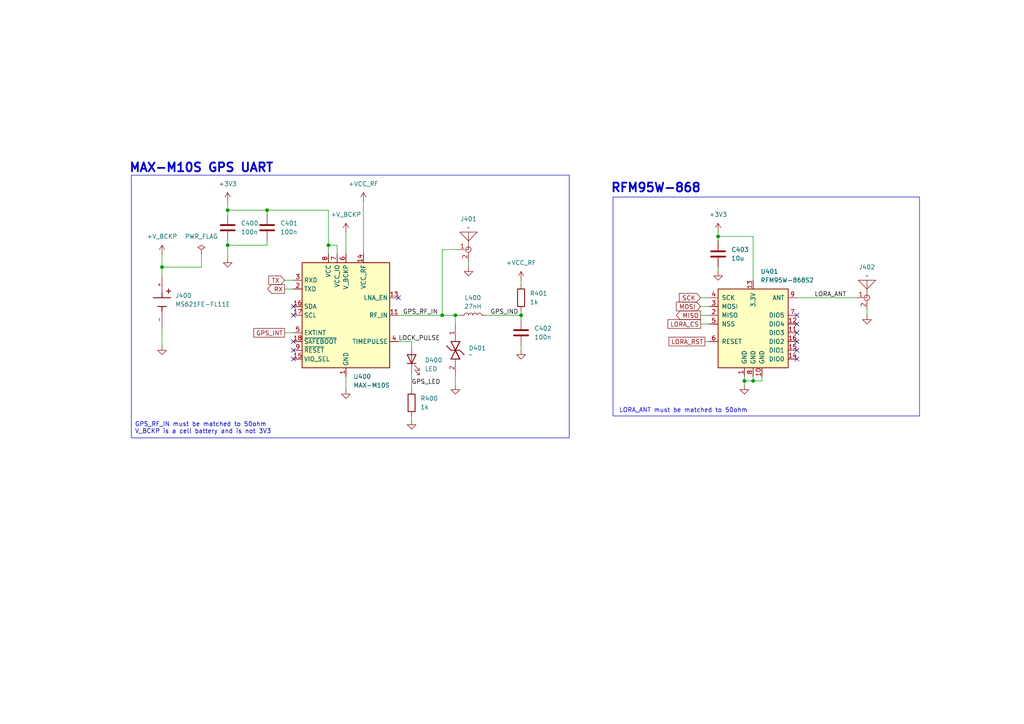
<source format=kicad_sch>
(kicad_sch (version 20250114) (generator "eeschema") (generator_version "9.0")
  (paper "A4")
  (title_block (title "RF Peripherals") (date "25-05-2025") (rev "0.0.1"))
  (lib_symbols
    (symbol "Device:C" (pin_numbers (hide yes)) (pin_names (offset 0.254))
      (property "Reference" "C" (at 0.635 2.54 0))
      (property "Value" "C" (at 0.635 -2.54 0))
      (symbol "C_0_1"
        (polyline (pts (xy -2.032 0.762) (xy 2.032 0.762)) (stroke (width 0.508)))
        (polyline (pts (xy -2.032 -0.762) (xy 2.032 -0.762)) (stroke (width 0.508)))
      )
      (symbol "C_1_1"
        (pin passive line (at 0 3.81 270) (length 2.794) (name "~") (number "1"))
        (pin passive line (at 0 -3.81 90) (length 2.794) (name "~") (number "2"))
      )
    )
    (symbol "Device:L" (pin_numbers (hide yes)) (pin_names (offset 1.016) (hide yes))
      (property "Reference" "L" (at -1.27 0 90))
      (property "Value" "L" (at 1.905 0 90))
      (symbol "L_0_1"
        (arc (start 0 2.54) (mid 0.6323 1.905) (end 0 1.27))
        (arc (start 0 1.27) (mid 0.6323 0.635) (end 0 0))
        (arc (start 0 0) (mid 0.6323 -0.635) (end 0 -1.27))
        (arc (start 0 -1.27) (mid 0.6323 -1.905) (end 0 -2.54))
      )
      (symbol "L_1_1"
        (pin passive line (at 0 3.81 270) (length 1.27) (name "1") (number "1"))
        (pin passive line (at 0 -3.81 90) (length 1.27) (name "2") (number "2"))
      )
    )
    (symbol "Device:LED" (pin_numbers (hide yes)) (pin_names (offset 1.016) (hide yes))
      (property "Reference" "D" (at 0 2.54 0))
      (property "Value" "LED" (at 0 -2.54 0))
      (symbol "LED_0_1"
        (polyline (pts (xy -3.048 -0.762) (xy -4.572 -2.286) (xy -3.81 -2.286) (xy -4.572 -2.286) (xy -4.572 -1.524)))
        (polyline (pts (xy -1.778 -0.762) (xy -3.302 -2.286) (xy -2.54 -2.286) (xy -3.302 -2.286) (xy -3.302 -1.524)))
        (polyline (pts (xy -1.27 0) (xy 1.27 0)))
        (polyline (pts (xy -1.27 -1.27) (xy -1.27 1.27)) (stroke (width 0.254)))
        (polyline (pts (xy 1.27 -1.27) (xy 1.27 1.27) (xy -1.27 0) (xy 1.27 -1.27)) (stroke (width 0.254)))
      )
      (symbol "LED_1_1"
        (pin passive line (at -3.81 0 0) (length 2.54) (name "K") (number "1"))
        (pin passive line (at 3.81 0 180) (length 2.54) (name "A") (number "2"))
      )
    )
    (symbol "Device:R" (pin_numbers (hide yes)) (pin_names (offset 0))
      (property "Reference" "R" (at 2.032 0 90))
      (property "Value" "R" (at 0 0 90))
      (symbol "R_0_1"
        (rectangle (start -1.016 -2.54) (end 1.016 2.54) (stroke (width 0.254)))
      )
      (symbol "R_1_1"
        (pin passive line (at 0 3.81 270) (length 1.27) (name "~") (number "1"))
        (pin passive line (at 0 -3.81 90) (length 1.27) (name "~") (number "2"))
      )
    )
    (symbol "MS621FE-FL11E:MS621FE-FL11E" (pin_names (offset 1.016))
      (property "Reference" "BT" (at -3.81 3.81 0))
      (property "Value" "MS621FE-FL11E" (at -3.81 -5.08 0))
      (symbol "MS621FE-FL11E_0_0"
        (polyline (pts (xy -3.81 1.905) (xy -2.54 1.905)) (stroke (width 0.254)))
        (polyline (pts (xy -3.175 2.54) (xy -3.175 1.27)) (stroke (width 0.254)))
        (polyline (pts (xy -1.27 2.54) (xy -1.27 -2.54)) (stroke (width 0.254)))
        (polyline (pts (xy -1.27 0) (xy -2.54 0)) (stroke (width 0.254)))
        (polyline (pts (xy 1.27 1.27) (xy 1.27 -1.27)) (stroke (width 0.254)))
        (polyline (pts (xy 1.27 0) (xy 2.54 0)) (stroke (width 0.254)))
        (pin passive line (at -7.62 0 0) (length 5.08) (name "~") (number "+"))
        (pin passive line (at 7.62 0 180) (length 5.08) (name "~") (number "-"))
      )
    )
    (symbol "RF_GPS:MAX-M10S"
      (property "Reference" "U" (at -10.16 16.51 0))
      (property "Value" "MAX-M10S" (at 11.43 16.51 0))
      (symbol "MAX-M10S_0_1"
        (rectangle (start 12.7 15.24) (end -12.7 -15.24) (stroke (width 0.254)) (fill (type background)))
      )
      (symbol "MAX-M10S_1_1"
        (pin input line (at -15.24 10.16 0) (length 2.54) (name "RXD") (number "3"))
        (pin output line (at -15.24 7.62 0) (length 2.54) (name "TXD") (number "2"))
        (pin bidirectional line (at -15.24 2.54 0) (length 2.54) (name "SDA") (number "16"))
        (pin input line (at -15.24 0 0) (length 2.54) (name "SCL") (number "17"))
        (pin input line (at -15.24 -5.08 0) (length 2.54) (name "EXTINT") (number "5"))
        (pin input line (at -15.24 -7.62 0) (length 2.54) (name "~{SAFEBOOT}") (number "18"))
        (pin input line (at -15.24 -10.16 0) (length 2.54) (name "~{RESET}") (number "9"))
        (pin input line (at -15.24 -12.7 0) (length 2.54) (name "VIO_SEL") (number "15"))
        (pin power_in line (at -5.08 17.78 270) (length 2.54) (name "VCC") (number "8"))
        (pin power_in line (at -2.54 17.78 270) (length 2.54) (name "VCC_IO") (number "7"))
        (pin power_in line (at 0 17.78 270) (length 2.54) (name "V_BCKP") (number "6"))
        (pin power_in line (at 0 -17.78 90) (length 2.54) (name "GND") (number "1"))
        (pin passive line (at 0 -17.78 90) (length 2.54) (hide yes) (name "GND") (number "10"))
        (pin passive line (at 0 -17.78 90) (length 2.54) (hide yes) (name "GND") (number "12"))
        (pin power_out line (at 5.08 17.78 270) (length 2.54) (name "VCC_RF") (number "14"))
        (pin output line (at 15.24 5.08 180) (length 2.54) (name "LNA_EN") (number "13"))
        (pin input line (at 15.24 0 180) (length 2.54) (name "RF_IN") (number "11"))
        (pin output line (at 15.24 -7.62 180) (length 2.54) (name "TIMEPULSE") (number "4"))
      )
    )
    (symbol "RF_Module:RFM95W-868S2" (pin_names (offset 1.016))
      (property "Reference" "U" (at -10.414 11.684 0))
      (property "Value" "RFM95W-868S2" (at 1.524 11.43 0))
      (symbol "RFM95W-868S2_0_1"
        (rectangle (start -10.16 10.16) (end 10.16 -12.7) (stroke (width 0.254)) (fill (type background)))
      )
      (symbol "RFM95W-868S2_1_1"
        (pin input line (at -12.7 7.62 0) (length 2.54) (name "SCK") (number "4"))
        (pin input line (at -12.7 5.08 0) (length 2.54) (name "MOSI") (number "3"))
        (pin output line (at -12.7 2.54 0) (length 2.54) (name "MISO") (number "2"))
        (pin input line (at -12.7 0 0) (length 2.54) (name "NSS") (number "5"))
        (pin bidirectional line (at -12.7 -5.08 0) (length 2.54) (name "RESET") (number "6"))
        (pin power_in line (at -2.54 -15.24 90) (length 2.54) (name "GND") (number "1"))
        (pin power_in line (at 0 12.7 270) (length 2.54) (name "3.3V") (number "13"))
        (pin power_in line (at 0 -15.24 90) (length 2.54) (name "GND") (number "8"))
        (pin power_in line (at 2.54 -15.24 90) (length 2.54) (name "GND") (number "10"))
        (pin bidirectional line (at 12.7 7.62 180) (length 2.54) (name "ANT") (number "9"))
        (pin bidirectional line (at 12.7 2.54 180) (length 2.54) (name "DIO5") (number "7"))
        (pin bidirectional line (at 12.7 0 180) (length 2.54) (name "DIO4") (number "12"))
        (pin bidirectional line (at 12.7 -2.54 180) (length 2.54) (name "DIO3") (number "11"))
        (pin bidirectional line (at 12.7 -5.08 180) (length 2.54) (name "DIO2") (number "16"))
        (pin bidirectional line (at 12.7 -7.62 180) (length 2.54) (name "DIO1") (number "15"))
        (pin bidirectional line (at 12.7 -10.16 180) (length 2.54) (name "DIO0") (number "14"))
      )
    )
    (symbol "SMA:SMA_Connector"
      (property "Reference" "J?" (at 2.54 3.048 0))
      (symbol "SMA_Connector_0_1"
        (arc (start -0.762 0) (mid -0.5388 0.5388) (end 0 0.762))
        (polyline (pts (xy 0 0) (xy 0.508 0)))
        (polyline (pts (xy 0 0) (xy 0 2.54) (xy 2.54 5.08) (xy -2.54 5.08) (xy 0 2.54) (xy 0 5.08)))
        (arc (start 0 -0.762) (mid -0.5388 -0.5388) (end -0.762 0))
        (arc (start 0 0.762) (mid 0.4862 0.6658) (end 0.762 0.254))
        (arc (start 0.762 -0.254) (mid 0.4862 -0.6658) (end 0 -0.762))
      )
      (symbol "SMA_Connector_1_1"
        (pin passive line (at 0 -3.302 90) (length 2.54) (name "") (number "2"))
        (pin bidirectional line (at 3.048 0 180) (length 2.54) (name "") (number "1"))
      )
    )
    (symbol "SMA_Connector_1"
      (property "Reference" "J?" (at 2.54 3.048 0))
      (symbol "SMA_Connector_1_0_1"
        (arc (start -0.762 0) (mid -0.5388 0.5388) (end 0 0.762))
        (polyline (pts (xy 0 0) (xy 0.508 0)))
        (polyline (pts (xy 0 0) (xy 0 2.54) (xy 2.54 5.08) (xy -2.54 5.08) (xy 0 2.54) (xy 0 5.08)))
        (arc (start 0 -0.762) (mid -0.5388 -0.5388) (end -0.762 0))
        (arc (start 0 0.762) (mid 0.4862 0.6658) (end 0.762 0.254))
        (arc (start 0.762 -0.254) (mid 0.4862 -0.6658) (end 0 -0.762))
      )
      (symbol "SMA_Connector_1_1_1"
        (pin passive line (at 0 -3.302 90) (length 2.54) (name "") (number "2"))
        (pin bidirectional line (at 3.048 0 180) (length 2.54) (name "") (number "1"))
      )
    )
    (symbol "SamacSys_Parts:DF2B5M4CT" (pin_names (hide yes))
      (property "Reference" "D" (at 15.24 8.89 0))
      (property "Value" "DF2B5M4CT" (at 12.7 6.35 0))
      (symbol "DF2B5M4CT_1_1"
        (polyline (pts (xy 5.08 1.27) (xy 5.08 -1.27)) (stroke (width 0.254)))
        (polyline (pts (xy 5.08 1.27) (xy 7.62 0)) (stroke (width 0.254)))
        (polyline (pts (xy 5.08 1.27) (xy 10.16 -1.27)) (stroke (width 0.254)))
        (polyline (pts (xy 7.62 -1.27) (xy 6.35 -2.54)) (stroke (width 0.254)))
        (polyline (pts (xy 7.62 -1.27) (xy 7.62 1.27)) (stroke (width 0.254)))
        (polyline (pts (xy 8.89 2.54) (xy 7.62 1.27)) (stroke (width 0.254)))
        (polyline (pts (xy 10.16 1.27) (xy 5.08 -1.27)) (stroke (width 0.254)))
        (polyline (pts (xy 10.16 1.27) (xy 7.62 0)) (stroke (width 0.254)))
        (polyline (pts (xy 10.16 1.27) (xy 10.16 -1.27)) (stroke (width 0.254)))
        (pin passive line (at 0 0 0) (length 5.08) (name "K1") (number "1"))
        (pin passive line (at 15.24 0 180) (length 5.08) (name "K2") (number "2"))
      )
    )
    (symbol "power:+3V3" (power) (pin_numbers (hide yes)) (pin_names (offset 0) (hide yes))
      (property "Value" "+3V3" (at 0 3.556 0))
      (symbol "+3V3_0_1"
        (polyline (pts (xy -0.762 1.27) (xy 0 2.54)))
        (polyline (pts (xy 0 2.54) (xy 0.762 1.27)))
        (polyline (pts (xy 0 0) (xy 0 2.54)))
      )
      (symbol "+3V3_1_1"
        (pin power_in line (at 0 0 90) (length 0) (name "~") (number "1"))
      )
    )
    (symbol "power:GND" (power) (pin_numbers (hide yes)) (pin_names (offset 0) (hide yes))
      (property "Value" "GND" (at 0 -3.81 0))
      (symbol "GND_0_1"
        (polyline (pts (xy 0 0) (xy 0 -1.27) (xy 1.27 -1.27) (xy 0 -2.54) (xy -1.27 -1.27) (xy 0 -1.27)))
      )
      (symbol "GND_1_1"
        (pin power_in line (at 0 0 270) (length 0) (name "~") (number "1"))
      )
    )
    (symbol "power:PWR_FLAG" (power) (pin_numbers (hide yes)) (pin_names (offset 0) (hide yes))
      (property "Value" "PWR_FLAG" (at 0 3.81 0))
      (symbol "PWR_FLAG_0_0"
        (pin power_out line (at 0 0 90) (length 0) (name "~") (number "1"))
      )
      (symbol "PWR_FLAG_0_1"
        (polyline (pts (xy 0 0) (xy 0 1.27) (xy -1.016 1.905) (xy 0 2.54) (xy 1.016 1.905) (xy 0 1.27)))
      )
    )
  )
  (rectangle (start 38.1 50.8) (end 165.1 127))
  (rectangle (start 177.8 57.15) (end 266.7 120.65))
  (text "GPS_RF_IN must be matched to 50ohm\nV_BCKP is a cell battery and is not 3V3\n" (at 39.116 124.206 0) (effects (font (size 1.27 1.27) (thickness 0.1588)) (justify left)))
  (text "MAX-M10S GPS UART" (at 58.42 48.768 0) (effects (font (size 2.54 2.54) (thickness 0.508) (bold yes))))
  (text "RFM95W-868" (at 190.246 54.61 0) (effects (font (size 2.54 2.54) (thickness 0.508) (bold yes))))
  (text "LORA_ANT must be matched to 50ohm" (at 179.578 118.364 0) (effects (font (size 1.27 1.27)) (justify left top)))
  (junction (at 151.13 91.44))
  (junction (at 128.27 91.44))
  (junction (at 208.28 68.58))
  (junction (at 66.04 60.96))
  (junction (at 77.47 60.96))
  (junction (at 95.25 71.12))
  (junction (at 218.44 110.49))
  (junction (at 66.04 71.12))
  (junction (at 215.9 110.49))
  (junction (at 132.08 91.44))
  (junction (at 46.99 77.47))
  (no_connect (at 85.09 104.14))
  (no_connect (at 231.14 93.98))
  (no_connect (at 85.09 101.6))
  (no_connect (at 85.09 99.06))
  (no_connect (at 231.14 99.06))
  (no_connect (at 231.14 96.52))
  (no_connect (at 231.14 91.44))
  (no_connect (at 85.09 91.44))
  (no_connect (at 115.57 86.36))
  (no_connect (at 85.09 88.9))
  (no_connect (at 231.14 104.14))
  (no_connect (at 231.14 101.6))
  (wire (pts (xy 128.27 91.44) (xy 132.08 91.44)))
  (wire (pts (xy 203.2 86.36) (xy 205.74 86.36)))
  (wire (pts (xy 140.97 91.44) (xy 151.13 91.44)))
  (wire (pts (xy 215.9 110.49) (xy 218.44 110.49)))
  (wire (pts (xy 77.47 60.96) (xy 77.47 62.23)))
  (wire (pts (xy 82.55 83.82) (xy 85.09 83.82)))
  (wire (pts (xy 77.47 60.96) (xy 95.25 60.96)))
  (wire (pts (xy 128.27 72.39) (xy 132.842 72.39)))
  (wire (pts (xy 208.28 68.58) (xy 208.28 69.85)))
  (wire (pts (xy 119.38 120.65) (xy 119.38 121.92)))
  (wire (pts (xy 132.08 91.44) (xy 132.08 93.98)))
  (wire (pts (xy 97.79 71.12) (xy 97.79 73.66)))
  (wire (pts (xy 46.99 77.47) (xy 58.42 77.47)))
  (wire (pts (xy 151.13 91.44) (xy 151.13 92.71)))
  (wire (pts (xy 66.04 71.12) (xy 77.47 71.12)))
  (wire (pts (xy 151.13 81.28) (xy 151.13 82.55)))
  (wire (pts (xy 151.13 100.33) (xy 151.13 101.6)))
  (wire (pts (xy 66.04 71.12) (xy 66.04 74.93)))
  (wire (pts (xy 231.14 86.36) (xy 248.412 86.36)))
  (wire (pts (xy 77.47 71.12) (xy 77.47 69.85)))
  (wire (pts (xy 208.28 68.58) (xy 218.44 68.58)))
  (wire (pts (xy 58.42 73.66) (xy 58.42 77.47)))
  (wire (pts (xy 203.2 88.9) (xy 205.74 88.9)))
  (wire (pts (xy 251.46 89.662) (xy 251.46 91.44)))
  (wire (pts (xy 119.38 99.06) (xy 119.38 100.33)))
  (wire (pts (xy 203.2 91.44) (xy 205.74 91.44)))
  (wire (pts (xy 204.47 99.06) (xy 205.74 99.06)))
  (wire (pts (xy 128.27 72.39) (xy 128.27 91.44)))
  (wire (pts (xy 151.13 91.44) (xy 151.13 90.17)))
  (wire (pts (xy 46.99 77.47) (xy 46.99 80.01)))
  (wire (pts (xy 215.9 110.49) (xy 215.9 111.76)))
  (wire (pts (xy 132.08 109.22) (xy 132.08 111.76)))
  (wire (pts (xy 82.55 96.52) (xy 85.09 96.52)))
  (wire (pts (xy 215.9 109.22) (xy 215.9 110.49)))
  (wire (pts (xy 218.44 68.58) (xy 218.44 81.28)))
  (wire (pts (xy 208.28 77.47) (xy 208.28 78.74)))
  (wire (pts (xy 100.33 67.31) (xy 100.33 73.66)))
  (wire (pts (xy 119.38 107.95) (xy 119.38 113.03)))
  (wire (pts (xy 66.04 58.42) (xy 66.04 60.96)))
  (wire (pts (xy 95.25 71.12) (xy 95.25 73.66)))
  (wire (pts (xy 95.25 71.12) (xy 97.79 71.12)))
  (wire (pts (xy 46.99 95.25) (xy 46.99 100.33)))
  (wire (pts (xy 82.55 81.28) (xy 85.09 81.28)))
  (wire (pts (xy 218.44 110.49) (xy 218.44 109.22)))
  (wire (pts (xy 208.28 67.31) (xy 208.28 68.58)))
  (wire (pts (xy 66.04 60.96) (xy 77.47 60.96)))
  (wire (pts (xy 135.89 75.692) (xy 135.89 77.47)))
  (wire (pts (xy 115.57 91.44) (xy 128.27 91.44)))
  (wire (pts (xy 203.2 93.98) (xy 205.74 93.98)))
  (wire (pts (xy 218.44 110.49) (xy 220.98 110.49)))
  (wire (pts (xy 132.08 91.44) (xy 133.35 91.44)))
  (wire (pts (xy 66.04 69.85) (xy 66.04 71.12)))
  (wire (pts (xy 220.98 110.49) (xy 220.98 109.22)))
  (wire (pts (xy 105.41 58.42) (xy 105.41 73.66)))
  (wire (pts (xy 115.57 99.06) (xy 119.38 99.06)))
  (wire (pts (xy 46.99 73.66) (xy 46.99 77.47)))
  (wire (pts (xy 95.25 60.96) (xy 95.25 71.12)))
  (wire (pts (xy 66.04 60.96) (xy 66.04 62.23)))
  (wire (pts (xy 100.33 109.22) (xy 100.33 113.03)))
  (label "GPS_LED" (at 119.38 111.76 0))
  (label "LORA_ANT" (at 236.22 86.36 0))
  (label "LOCK_PULSE" (at 115.57 99.06 0))
  (label "GPS_IND" (at 142.24 91.44 0))
  (label "GPS_RF_IN" (at 116.84 91.44 0))
  (global_label "MISO" (shape output) (at 203.2 91.44 180) (property "Intersheetrefs" "${INTERSHEET_REFS}" (effects (hide yes))))
  (global_label "TX" (shape input) (at 82.55 81.28 180) (property "Intersheetrefs" "${INTERSHEET_REFS}" (effects (hide yes))))
  (global_label "MOSI" (shape input) (at 203.2 88.9 180) (property "Intersheetrefs" "${INTERSHEET_REFS}" (effects (hide yes))))
  (global_label "LORA_CS" (shape passive) (at 203.2 93.98 180) (property "Intersheetrefs" "${INTERSHEET_REFS}" (effects (hide yes))))
  (global_label "SCK" (shape input) (at 203.2 86.36 180) (property "Intersheetrefs" "${INTERSHEET_REFS}" (effects (hide yes))))
  (global_label "RX" (shape output) (at 82.55 83.82 180) (property "Intersheetrefs" "${INTERSHEET_REFS}" (effects (hide yes))))
  (global_label "LORA_RST" (shape passive) (at 204.47 99.06 180) (property "Intersheetrefs" "${INTERSHEET_REFS}" (effects (hide yes))))
  (global_label "GPS_INT" (shape passive) (at 82.55 96.52 180) (property "Intersheetrefs" "${INTERSHEET_REFS}" (effects (hide yes))))
  (symbol (lib_id "power:+3V3") (at 46.99 73.66 0) (unit 1)
    (property "Reference" "#PWR0190" (effects (hide yes)))
    (property "Value" "+V_BCKP" (at 46.99 68.58 0))
    (property "Description" "Power symbol creates a global label with name \"+3V3\"" (effects (hide yes)))
  )
  (symbol (lib_id "SMA:SMA_Connector") (at 251.46 86.36 0) (mirror y) (unit 1)
    (property "Reference" "J402" (at 251.46 77.47 0))
    (property "Value" "~" (at 251.46 80.01 0))
    (property "Footprint" "SMA_Connector:SMA_Connector" (effects (hide yes)))
  )
  (symbol (lib_id "power:+3V3") (at 151.13 81.28 0) (unit 1)
    (property "Reference" "#PWR0177" (effects (hide yes)))
    (property "Value" "+VCC_RF" (at 151.13 76.2 0))
    (property "Description" "Power symbol creates a global label with name \"+3V3\"" (effects (hide yes)))
  )
  (symbol (lib_id "Device:LED") (at 119.38 104.14 90) (unit 1)
    (property "Reference" "D400" (at 123.19 104.4574 90) (effects (justify right)))
    (property "Value" "LED" (at 123.19 106.9974 90) (effects (justify right)))
    (property "Footprint" "LED_SMD:LED_0603_1608Metric" (effects (hide yes)))
    (property "Description" "Light emitting diode" (effects (hide yes)))
    (property "Sim.Pins" "1=K 2=A" (effects (hide yes)))
  )
  (symbol (lib_id "power:GND") (at 132.08 111.76 0) (unit 1)
    (property "Reference" "#PWR0175" (effects (hide yes)))
    (property "Value" "GND" (effects (hide yes)))
    (property "Description" "Power symbol creates a global label with name \"GND\" , ground" (effects (hide yes)))
  )
  (symbol (lib_id "power:+3V3") (at 105.41 58.42 0) (unit 1)
    (property "Reference" "#PWR0172" (effects (hide yes)))
    (property "Value" "+VCC_RF" (at 105.41 53.34 0))
    (property "Description" "Power symbol creates a global label with name \"+3V3\"" (effects (hide yes)))
  )
  (symbol (lib_id "SamacSys_Parts:DF2B5M4CT") (at 132.08 93.98 270) (unit 1)
    (property "Reference" "D401" (at 135.89 100.9649 90) (effects (justify left)))
    (property "Value" "~" (at 135.89 102.87 90) (effects (justify left)))
    (property "Footprint" "Diode_SMD:D_0402_1005Metric" (effects (hide yes)))
    (property "Datasheet" "https://toshiba.semicon-storage.com/info/docget.jsp?did=55770&prodName=DF2B5M4CT" (effects (hide yes)))
    (property "Description" "Bidirectional TVS Diode (ESD Protection Diode), +/-3.6 V, SOD-882(CST2)" (effects (hide yes)))
    (property "Height" "0.4" (effects (hide yes)))
    (property "Manufacturer_Name" "Toshiba" (effects (hide yes)))
    (property "Manufacturer_Part_Number" "DF2B5M4CT" (effects (hide yes)))
    (property "Simulation Data" "https://toshiba.semicon-storage.com/info/lookup.jsp?pid=DF2B5M4CT#documents" (effects (hide yes)))
  )
  (symbol (lib_id "Device:C") (at 208.28 73.66 0) (unit 1)
    (property "Reference" "C403" (at 212.09 72.3899 0) (effects (justify left)))
    (property "Value" "10u" (at 212.09 74.9299 0) (effects (justify left)))
    (property "Footprint" "Capacitor_SMD:C_0402_1005Metric" (effects (hide yes)))
    (property "Description" "Unpolarized capacitor" (effects (hide yes)))
  )
  (symbol (lib_id "MS621FE-FL11E:MS621FE-FL11E") (at 46.99 87.63 270) (unit 1)
    (property "Reference" "J400" (at 50.8 85.7249 90) (effects (justify left)))
    (property "Value" "MS621FE-FL11E" (at 50.8 88.2649 90) (effects (justify left)))
    (property "Footprint" "BAT_MS621FE-FL11E:BAT_MS621FE-FL11E" (effects (hide yes)))
    (property "PARTREV" "E" (effects (hide yes)))
    (property "STANDARD" "Manufacturer Recommendations" (effects (hide yes)))
    (property "MAXIMUM_PACKAGE_HEIGHT" "2.8mm" (effects (hide yes)))
    (property "MANUFACTURER" "Seiko Instruments" (effects (hide yes)))
  )
  (symbol (lib_id "power:+3V3") (at 66.04 58.42 0) (unit 1)
    (property "Reference" "#PWR0170" (effects (hide yes)))
    (property "Value" "+3V3" (at 66.04 53.34 0))
    (property "Description" "Power symbol creates a global label with name \"+3V3\"" (effects (hide yes)))
  )
  (symbol (lib_id "power:GND") (at 151.13 101.6 0) (unit 1)
    (property "Reference" "#PWR0178" (effects (hide yes)))
    (property "Value" "GND" (effects (hide yes)))
    (property "Description" "Power symbol creates a global label with name \"GND\" , ground" (effects (hide yes)))
  )
  (symbol (lib_id "power:GND") (at 215.9 111.76 0) (unit 1)
    (property "Reference" "#PWR0179" (effects (hide yes)))
    (property "Value" "GND" (effects (hide yes)))
    (property "Description" "Power symbol creates a global label with name \"GND\" , ground" (effects (hide yes)))
  )
  (symbol (lib_id "Device:L") (at 137.16 91.44 90) (unit 1)
    (property "Reference" "L400" (at 137.16 86.36 90))
    (property "Value" "27nH" (at 137.16 88.9 90))
    (property "Footprint" "LED_SMD:LED_0402_1005Metric" (effects (hide yes)))
    (property "Description" "Inductor" (effects (hide yes)))
  )
  (symbol (lib_id "power:GND") (at 66.04 74.93 0) (unit 1)
    (property "Reference" "#PWR0186" (effects (hide yes)))
    (property "Value" "GND" (effects (hide yes)))
    (property "Description" "Power symbol creates a global label with name \"GND\" , ground" (effects (hide yes)))
  )
  (symbol (lib_id "power:+3V3") (at 100.33 67.31 0) (unit 1)
    (property "Reference" "#PWR0191" (effects (hide yes)))
    (property "Value" "+V_BCKP" (at 100.33 62.23 0))
    (property "Description" "Power symbol creates a global label with name \"+3V3\"" (effects (hide yes)))
  )
  (symbol (lib_id "power:GND") (at 208.28 78.74 0) (unit 1)
    (property "Reference" "#PWR0182" (effects (hide yes)))
    (property "Value" "GND" (effects (hide yes)))
    (property "Description" "Power symbol creates a global label with name \"GND\" , ground" (effects (hide yes)))
  )
  (symbol (lib_id "RF_Module:RFM95W-868S2") (at 218.44 93.98 0) (unit 1)
    (property "Reference" "U401" (at 220.5833 78.74 0) (effects (justify left)))
    (property "Value" "RFM95W-868S2" (at 220.5833 81.28 0) (effects (justify left)))
    (property "Footprint" "RF_Module:HOPERF_RFM9XW_SMD" (effects (hide yes)))
    (property "Datasheet" "https://www.hoperf.com/data/upload/portal/20181127/5bfcbea20e9ef.pdf" (effects (hide yes)))
    (property "Description" "Low power long range transceiver module, SPI and parallel interface, 868 MHz, spreading factor 6 to12, bandwidth 7.8 to 500kHz, -111 to -148 dBm, SMD-16, DIP-16" (effects (hide yes)))
  )
  (symbol (lib_id "Device:R") (at 151.13 86.36 180) (unit 1)
    (property "Reference" "R401" (at 153.67 85.0899 0) (effects (justify right)))
    (property "Value" "1k" (at 153.67 87.6299 0) (effects (justify right)))
    (property "Footprint" "Resistor_SMD:R_0402_1005Metric" (effects (hide yes)))
    (property "Description" "Resistor" (effects (hide yes)))
  )
  (symbol (lib_id "power:GND") (at 135.89 77.47 0) (unit 1)
    (property "Reference" "#PWR0184" (effects (hide yes)))
    (property "Value" "GND" (effects (hide yes)))
    (property "Description" "Power symbol creates a global label with name \"GND\" , ground" (effects (hide yes)))
  )
  (symbol (lib_id "power:GND") (at 251.46 91.44 0) (unit 1)
    (property "Reference" "#PWR0185" (effects (hide yes)))
    (property "Value" "GND" (effects (hide yes)))
    (property "Description" "Power symbol creates a global label with name \"GND\" , ground" (effects (hide yes)))
  )
  (symbol (lib_id "Device:C") (at 77.47 66.04 0) (unit 1)
    (property "Reference" "C401" (at 81.28 64.7699 0) (effects (justify left)))
    (property "Value" "100n" (at 81.28 67.3099 0) (effects (justify left)))
    (property "Footprint" "Capacitor_SMD:C_0402_1005Metric" (effects (hide yes)))
    (property "Description" "Unpolarized capacitor" (effects (hide yes)))
  )
  (symbol (lib_id "power:GND") (at 100.33 113.03 0) (unit 1)
    (property "Reference" "#PWR0171" (effects (hide yes)))
    (property "Value" "GND" (effects (hide yes)))
    (property "Description" "Power symbol creates a global label with name \"GND\" , ground" (effects (hide yes)))
  )
  (symbol (lib_id "power:PWR_FLAG") (at 58.42 73.66 0) (unit 1)
    (property "Reference" "#FLG08" (effects (hide yes)))
    (property "Value" "PWR_FLAG" (at 58.42 68.58 0))
    (property "Description" "Special symbol for telling ERC where power comes from" (effects (hide yes)))
  )
  (symbol (lib_id "power:GND") (at 46.99 100.33 0) (unit 1)
    (property "Reference" "#PWR0189" (effects (hide yes)))
    (property "Value" "GND" (effects (hide yes)))
    (property "Description" "Power symbol creates a global label with name \"GND\" , ground" (effects (hide yes)))
  )
  (symbol (lib_id "RF_GPS:MAX-M10S") (at 100.33 91.44 0) (unit 1)
    (property "Reference" "U400" (at 102.4733 109.22 0) (effects (justify left)))
    (property "Value" "MAX-M10S" (at 102.4733 111.76 0) (effects (justify left)))
    (property "Footprint" "RF_GPS:ublox_MAX" (effects (hide yes)))
    (property "Datasheet" "https://content.u-blox.com/sites/default/files/MAX-M10S_DataSheet_UBX-20035208.pdf" (effects (hide yes)))
    (property "Description" "GNSS Module MAX M10, VCC 1.65V to 3.6V" (effects (hide yes)))
  )
  (symbol (lib_id "Device:R") (at 119.38 116.84 180) (unit 1)
    (property "Reference" "R400" (at 121.92 115.5699 0) (effects (justify right)))
    (property "Value" "1k" (at 121.92 118.1099 0) (effects (justify right)))
    (property "Footprint" "Resistor_SMD:R_0402_1005Metric" (effects (hide yes)))
    (property "Description" "Resistor" (effects (hide yes)))
  )
  (symbol (lib_id "Device:C") (at 151.13 96.52 0) (unit 1)
    (property "Reference" "C402" (at 154.94 95.2499 0) (effects (justify left)))
    (property "Value" "100n" (at 154.94 97.7899 0) (effects (justify left)))
    (property "Footprint" "Capacitor_SMD:C_0402_1005Metric" (effects (hide yes)))
    (property "Description" "Unpolarized capacitor" (effects (hide yes)))
  )
  (symbol (lib_name "SMA_Connector_1") (lib_id "SMA:SMA_Connector") (at 135.89 72.39 0) (mirror y) (unit 1)
    (property "Reference" "J401" (at 135.89 63.5 0))
    (property "Value" "~" (at 135.89 66.04 0))
    (property "Footprint" "SMA_Connector:SMA_Connector" (effects (hide yes)))
  )
  (symbol (lib_id "power:+3V3") (at 208.28 67.31 0) (unit 1)
    (property "Reference" "#PWR0180" (effects (hide yes)))
    (property "Value" "+3V3" (at 208.28 62.23 0))
    (property "Description" "Power symbol creates a global label with name \"+3V3\"" (effects (hide yes)))
  )
  (symbol (lib_id "power:GND") (at 119.38 121.92 0) (unit 1)
    (property "Reference" "#PWR0173" (effects (hide yes)))
    (property "Value" "GND" (effects (hide yes)))
    (property "Description" "Power symbol creates a global label with name \"GND\" , ground" (effects (hide yes)))
  )
  (symbol (lib_id "Device:C") (at 66.04 66.04 0) (unit 1)
    (property "Reference" "C400" (at 69.85 64.7699 0) (effects (justify left)))
    (property "Value" "100n" (at 69.85 67.3099 0) (effects (justify left)))
    (property "Footprint" "Capacitor_SMD:C_0402_1005Metric" (effects (hide yes)))
    (property "Description" "Unpolarized capacitor" (effects (hide yes)))
  )
)
</source>
